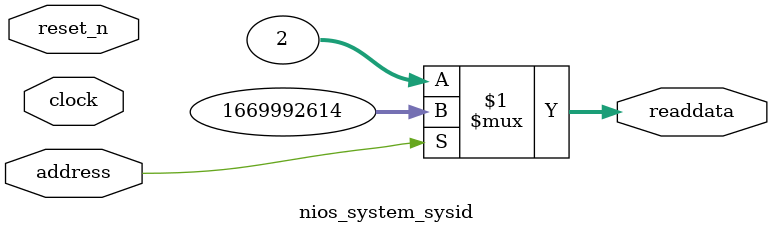
<source format=v>



// synthesis translate_off
`timescale 1ns / 1ps
// synthesis translate_on

// turn off superfluous verilog processor warnings 
// altera message_level Level1 
// altera message_off 10034 10035 10036 10037 10230 10240 10030 

module nios_system_sysid (
               // inputs:
                address,
                clock,
                reset_n,

               // outputs:
                readdata
             )
;

  output  [ 31: 0] readdata;
  input            address;
  input            clock;
  input            reset_n;

  wire    [ 31: 0] readdata;
  //control_slave, which is an e_avalon_slave
  assign readdata = address ? 1669992614 : 2;

endmodule



</source>
